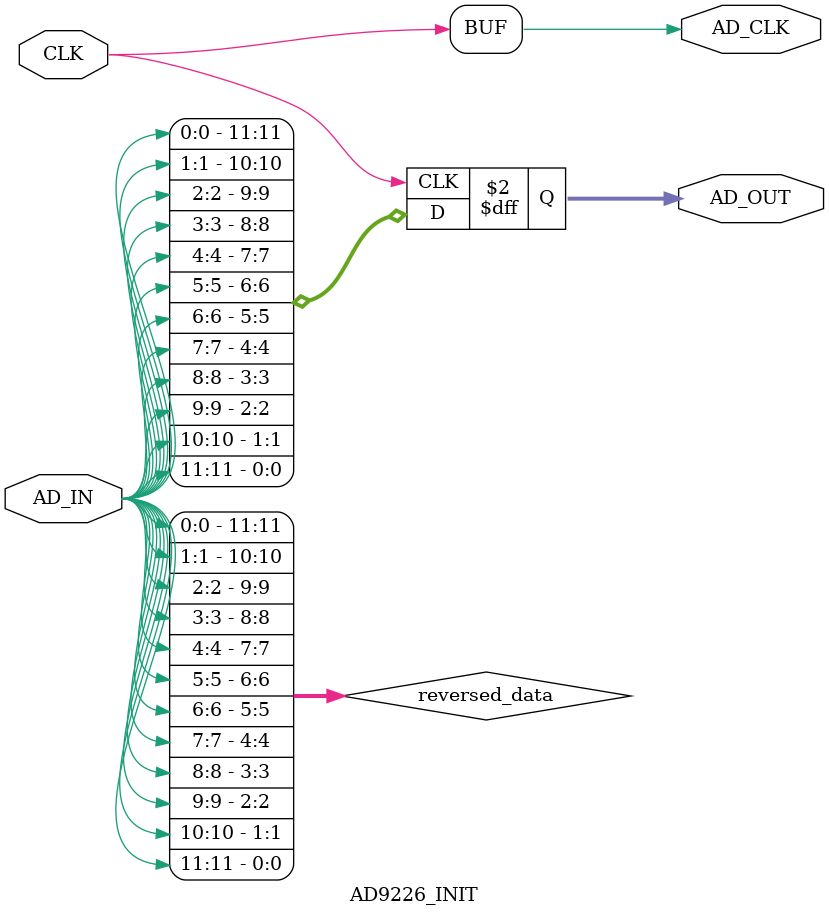
<source format=v>
module AD9226_INIT(
	input CLK, 
	input [11:0] AD_IN,
	output AD_CLK, 
	output reg [11:0] AD_OUT
);

	assign AD_CLK = CLK;
	
	wire [11:0]reversed_data = {
    AD_IN[0], AD_IN[1], AD_IN[2], AD_IN[3], 
    AD_IN[4], AD_IN[5], AD_IN[6], AD_IN[7], 
    AD_IN[8], AD_IN[9], AD_IN[10], AD_IN[11]};
	always @(posedge CLK)
		AD_OUT <= reversed_data;  
	
endmodule

</source>
